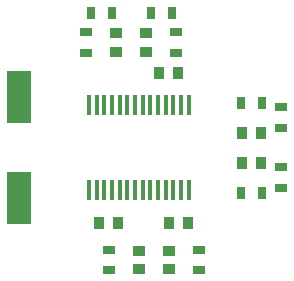
<source format=gtp>
G04 #@! TF.GenerationSoftware,KiCad,Pcbnew,(2018-02-15 revision 29b28de31)-makepkg*
G04 #@! TF.CreationDate,2019-01-06T21:13:36+03:00*
G04 #@! TF.ProjectId,CS5464_Breakout,4353353436345F427265616B6F75742E,rev?*
G04 #@! TF.SameCoordinates,Original*
G04 #@! TF.FileFunction,Paste,Top*
G04 #@! TF.FilePolarity,Positive*
%FSLAX46Y46*%
G04 Gerber Fmt 4.6, Leading zero omitted, Abs format (unit mm)*
G04 Created by KiCad (PCBNEW (2018-02-15 revision 29b28de31)-makepkg) date 01/06/19 21:13:36*
%MOMM*%
%LPD*%
G01*
G04 APERTURE LIST*
%ADD10R,2.000000X4.500000*%
%ADD11R,1.000000X0.820000*%
%ADD12R,0.820000X1.000000*%
%ADD13R,0.450000X1.750000*%
%ADD14R,1.000000X0.670000*%
%ADD15R,0.670000X1.000000*%
G04 APERTURE END LIST*
D10*
X120650000Y-89095000D03*
X120650000Y-97595000D03*
D11*
X133350000Y-102070000D03*
X133350000Y-103670000D03*
X128905000Y-85255000D03*
X128905000Y-83655000D03*
X131445000Y-85255000D03*
X131445000Y-83655000D03*
D12*
X139535000Y-94615000D03*
X141135000Y-94615000D03*
X139535000Y-92075000D03*
X141135000Y-92075000D03*
X129070000Y-99695000D03*
X127470000Y-99695000D03*
X134950000Y-99695000D03*
X133350000Y-99695000D03*
X134150000Y-86995000D03*
X132550000Y-86995000D03*
D11*
X130810000Y-102070000D03*
X130810000Y-103670000D03*
D13*
X126585000Y-96945000D03*
X127235000Y-96945000D03*
X127885000Y-96945000D03*
X128535000Y-96945000D03*
X129185000Y-96945000D03*
X129835000Y-96945000D03*
X130485000Y-96945000D03*
X131135000Y-96945000D03*
X131785000Y-96945000D03*
X132435000Y-96945000D03*
X133085000Y-96945000D03*
X133735000Y-96945000D03*
X134385000Y-96945000D03*
X135035000Y-96945000D03*
X135035000Y-89745000D03*
X134385000Y-89745000D03*
X133735000Y-89745000D03*
X133085000Y-89745000D03*
X132435000Y-89745000D03*
X131785000Y-89745000D03*
X131135000Y-89745000D03*
X130485000Y-89745000D03*
X129835000Y-89745000D03*
X129185000Y-89745000D03*
X128535000Y-89745000D03*
X127885000Y-89745000D03*
X127235000Y-89745000D03*
X126585000Y-89745000D03*
D14*
X142875000Y-96760000D03*
X142875000Y-95010000D03*
X142875000Y-89930000D03*
X142875000Y-91680000D03*
D15*
X126760000Y-81915000D03*
X128510000Y-81915000D03*
X133590000Y-81915000D03*
X131840000Y-81915000D03*
D14*
X128270000Y-103745000D03*
X128270000Y-101995000D03*
X135890000Y-101995000D03*
X135890000Y-103745000D03*
X126365000Y-83580000D03*
X126365000Y-85330000D03*
X133985000Y-85330000D03*
X133985000Y-83580000D03*
D15*
X141210000Y-97155000D03*
X139460000Y-97155000D03*
X139460000Y-89535000D03*
X141210000Y-89535000D03*
M02*

</source>
